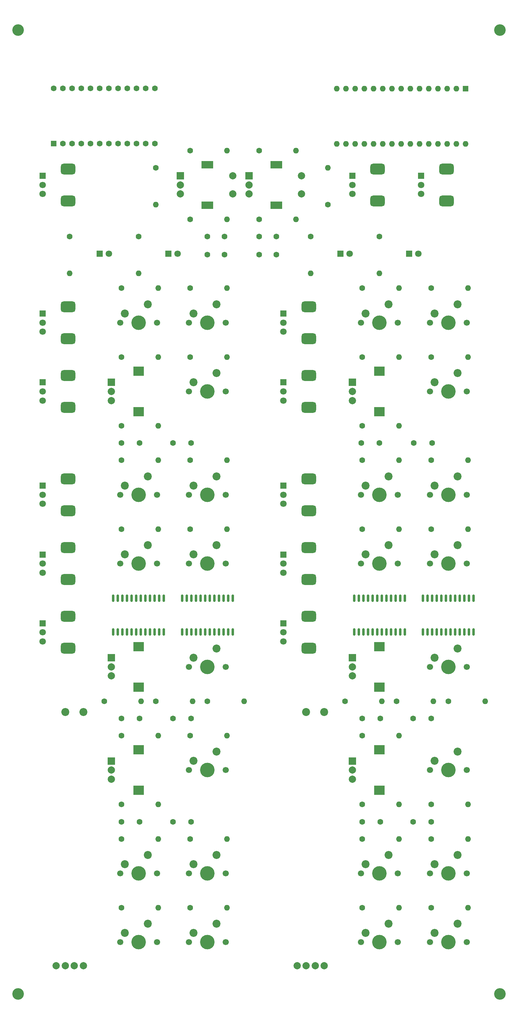
<source format=gts>
G04 #@! TF.GenerationSoftware,KiCad,Pcbnew,(6.0.2)*
G04 #@! TF.CreationDate,2023-01-10T12:42:00+01:00*
G04 #@! TF.ProjectId,brutalist_01,62727574-616c-4697-9374-5f30312e6b69,00*
G04 #@! TF.SameCoordinates,Original*
G04 #@! TF.FileFunction,Soldermask,Top*
G04 #@! TF.FilePolarity,Negative*
%FSLAX46Y46*%
G04 Gerber Fmt 4.6, Leading zero omitted, Abs format (unit mm)*
G04 Created by KiCad (PCBNEW (6.0.2)) date 2023-01-10 12:42:00*
%MOMM*%
%LPD*%
G01*
G04 APERTURE LIST*
G04 Aperture macros list*
%AMRoundRect*
0 Rectangle with rounded corners*
0 $1 Rounding radius*
0 $2 $3 $4 $5 $6 $7 $8 $9 X,Y pos of 4 corners*
0 Add a 4 corners polygon primitive as box body*
4,1,4,$2,$3,$4,$5,$6,$7,$8,$9,$2,$3,0*
0 Add four circle primitives for the rounded corners*
1,1,$1+$1,$2,$3*
1,1,$1+$1,$4,$5*
1,1,$1+$1,$6,$7*
1,1,$1+$1,$8,$9*
0 Add four rect primitives between the rounded corners*
20,1,$1+$1,$2,$3,$4,$5,0*
20,1,$1+$1,$4,$5,$6,$7,0*
20,1,$1+$1,$6,$7,$8,$9,0*
20,1,$1+$1,$8,$9,$2,$3,0*%
G04 Aperture macros list end*
%ADD10C,3.200000*%
%ADD11C,1.600000*%
%ADD12O,1.600000X1.600000*%
%ADD13C,4.000000*%
%ADD14C,1.700000*%
%ADD15C,2.200000*%
%ADD16R,1.800000X1.800000*%
%ADD17C,1.800000*%
%ADD18C,2.000000*%
%ADD19RoundRect,0.750000X-1.250000X-0.750000X1.250000X-0.750000X1.250000X0.750000X-1.250000X0.750000X0*%
%ADD20R,2.000000X2.000000*%
%ADD21R,3.000000X2.500000*%
%ADD22RoundRect,0.150000X-0.150000X0.875000X-0.150000X-0.875000X0.150000X-0.875000X0.150000X0.875000X0*%
%ADD23R,1.600000X1.600000*%
%ADD24R,3.200000X2.000000*%
G04 APERTURE END LIST*
D10*
X80750000Y-327750000D03*
X213750000Y-327750000D03*
X213750000Y-61750000D03*
X80750000Y-61750000D03*
D11*
X147250000Y-118750000D03*
X147250000Y-123750000D03*
X128250000Y-95000000D03*
D12*
X138410000Y-95000000D03*
D11*
X133000000Y-118750000D03*
X133000000Y-123750000D03*
D13*
X114000000Y-190000000D03*
D14*
X108920000Y-190000000D03*
X119080000Y-190000000D03*
D15*
X116540000Y-184920000D03*
X110190000Y-187460000D03*
D14*
X138080000Y-190000000D03*
X127920000Y-190000000D03*
D13*
X133000000Y-190000000D03*
D15*
X135540000Y-184920000D03*
X129190000Y-187460000D03*
D16*
X169730000Y-123500000D03*
D17*
X172270000Y-123500000D03*
D11*
X137750000Y-118750000D03*
X137750000Y-123750000D03*
D18*
X93750000Y-320000000D03*
X91250000Y-320000000D03*
D15*
X93750000Y-250000000D03*
D18*
X98750000Y-320000000D03*
X96250000Y-320000000D03*
D15*
X98750000Y-250000000D03*
D16*
X87500000Y-225500000D03*
D17*
X87500000Y-228000000D03*
X87500000Y-230500000D03*
D19*
X94500000Y-232400000D03*
X94500000Y-223600000D03*
D11*
X175750000Y-275500000D03*
D12*
X185910000Y-275500000D03*
D11*
X175750000Y-199500000D03*
D12*
X185910000Y-199500000D03*
D11*
X128250000Y-199500000D03*
D12*
X138410000Y-199500000D03*
D11*
X104500000Y-247000000D03*
D12*
X114660000Y-247000000D03*
D14*
X138080000Y-294500000D03*
X127920000Y-294500000D03*
D13*
X133000000Y-294500000D03*
D15*
X135540000Y-289420000D03*
X129190000Y-291960000D03*
D20*
X106500000Y-159000000D03*
D18*
X106500000Y-164000000D03*
X106500000Y-161500000D03*
D21*
X114000000Y-167100000D03*
X114000000Y-155900000D03*
D16*
X188730000Y-123500000D03*
D17*
X191270000Y-123500000D03*
D11*
X109250000Y-171000000D03*
D12*
X119410000Y-171000000D03*
D14*
X138080000Y-142500000D03*
D13*
X133000000Y-142500000D03*
D14*
X127920000Y-142500000D03*
D15*
X135540000Y-137420000D03*
X129190000Y-139960000D03*
D11*
X109250000Y-285000000D03*
D12*
X119410000Y-285000000D03*
D16*
X87500000Y-206500000D03*
D17*
X87500000Y-209000000D03*
X87500000Y-211500000D03*
D19*
X94500000Y-213400000D03*
X94500000Y-204600000D03*
D20*
X173000000Y-263500000D03*
D18*
X173000000Y-268500000D03*
X173000000Y-266000000D03*
D21*
X180500000Y-271600000D03*
X180500000Y-260400000D03*
D11*
X171000000Y-247000000D03*
D12*
X181160000Y-247000000D03*
D11*
X109250000Y-251750000D03*
X114250000Y-251750000D03*
D14*
X127920000Y-237500000D03*
X138080000Y-237500000D03*
D13*
X133000000Y-237500000D03*
D15*
X135540000Y-232420000D03*
X129190000Y-234960000D03*
D11*
X194750000Y-275500000D03*
D12*
X204910000Y-275500000D03*
D18*
X160250000Y-320000000D03*
X157750000Y-320000000D03*
D15*
X160250000Y-250000000D03*
D18*
X165250000Y-320000000D03*
X162750000Y-320000000D03*
D15*
X165250000Y-250000000D03*
D11*
X109250000Y-180500000D03*
D12*
X119410000Y-180500000D03*
D11*
X128250000Y-152000000D03*
D12*
X138410000Y-152000000D03*
D11*
X194750000Y-304000000D03*
D12*
X204910000Y-304000000D03*
D14*
X119080000Y-142500000D03*
D13*
X114000000Y-142500000D03*
D14*
X108920000Y-142500000D03*
D15*
X116540000Y-137420000D03*
X110190000Y-139960000D03*
D11*
X175750000Y-304000000D03*
D12*
X185910000Y-304000000D03*
D16*
X87500000Y-140000000D03*
D17*
X87500000Y-142500000D03*
X87500000Y-145000000D03*
D19*
X94500000Y-138100000D03*
X94500000Y-146900000D03*
D11*
X147250000Y-95000000D03*
D12*
X157410000Y-95000000D03*
D11*
X189750000Y-251750000D03*
X194750000Y-251750000D03*
X175750000Y-152000000D03*
D12*
X185910000Y-152000000D03*
D11*
X123500000Y-251750000D03*
X128500000Y-251750000D03*
D22*
X120985000Y-218600000D03*
X119715000Y-218600000D03*
X118445000Y-218600000D03*
X117175000Y-218600000D03*
X115905000Y-218600000D03*
X114635000Y-218600000D03*
X113365000Y-218600000D03*
X112095000Y-218600000D03*
X110825000Y-218600000D03*
X109555000Y-218600000D03*
X108285000Y-218600000D03*
X107015000Y-218600000D03*
X107015000Y-227900000D03*
X108285000Y-227900000D03*
X109555000Y-227900000D03*
X110825000Y-227900000D03*
X112095000Y-227900000D03*
X113365000Y-227900000D03*
X114635000Y-227900000D03*
X115905000Y-227900000D03*
X117175000Y-227900000D03*
X118445000Y-227900000D03*
X119715000Y-227900000D03*
X120985000Y-227900000D03*
D13*
X133000000Y-313500000D03*
D14*
X127920000Y-313500000D03*
X138080000Y-313500000D03*
D15*
X135540000Y-308420000D03*
X129190000Y-310960000D03*
D11*
X133000000Y-247000000D03*
D12*
X143160000Y-247000000D03*
D11*
X128250000Y-285000000D03*
D12*
X138410000Y-285000000D03*
D11*
X109250000Y-280250000D03*
X114250000Y-280250000D03*
D13*
X199500000Y-237500000D03*
D14*
X204580000Y-237500000D03*
X194420000Y-237500000D03*
D15*
X202040000Y-232420000D03*
X195690000Y-234960000D03*
D11*
X128250000Y-304000000D03*
D12*
X138410000Y-304000000D03*
D11*
X123500000Y-280250000D03*
X128500000Y-280250000D03*
D16*
X154000000Y-140000000D03*
D17*
X154000000Y-142500000D03*
X154000000Y-145000000D03*
D19*
X161000000Y-146900000D03*
X161000000Y-138100000D03*
D11*
X175750000Y-251750000D03*
X180750000Y-251750000D03*
D23*
X90530000Y-93120000D03*
D11*
X93070000Y-93120000D03*
X95610000Y-93120000D03*
X98150000Y-93120000D03*
X100690000Y-93120000D03*
X103230000Y-93120000D03*
X105770000Y-93120000D03*
X108310000Y-93120000D03*
X110850000Y-93120000D03*
X113390000Y-93120000D03*
X115930000Y-93120000D03*
X118470000Y-93120000D03*
X118470000Y-77880000D03*
X115930000Y-77880000D03*
X113390000Y-77880000D03*
X110850000Y-77880000D03*
X108310000Y-77880000D03*
X105770000Y-77880000D03*
X103230000Y-77880000D03*
X100690000Y-77880000D03*
X98150000Y-77880000D03*
X95610000Y-77880000D03*
X93070000Y-77880000D03*
X90530000Y-77880000D03*
D14*
X194420000Y-190000000D03*
X204580000Y-190000000D03*
D13*
X199500000Y-190000000D03*
D15*
X202040000Y-184920000D03*
X195690000Y-187460000D03*
D11*
X152000000Y-118750000D03*
X152000000Y-123750000D03*
X194750000Y-152000000D03*
D12*
X204910000Y-152000000D03*
D11*
X128250000Y-180500000D03*
D12*
X138410000Y-180500000D03*
D16*
X87500000Y-187500000D03*
D17*
X87500000Y-190000000D03*
X87500000Y-192500000D03*
D19*
X94500000Y-185600000D03*
X94500000Y-194400000D03*
D11*
X175750000Y-285000000D03*
D12*
X185910000Y-285000000D03*
D11*
X109250000Y-199500000D03*
D12*
X119410000Y-199500000D03*
D11*
X194750000Y-133000000D03*
D12*
X204910000Y-133000000D03*
D11*
X128250000Y-133000000D03*
D12*
X138410000Y-133000000D03*
D13*
X133000000Y-161500000D03*
D14*
X138080000Y-161500000D03*
X127920000Y-161500000D03*
D15*
X135540000Y-156420000D03*
X129190000Y-158960000D03*
D16*
X87500000Y-159000000D03*
D17*
X87500000Y-161500000D03*
X87500000Y-164000000D03*
D19*
X94500000Y-157100000D03*
X94500000Y-165900000D03*
D11*
X180500000Y-118750000D03*
D12*
X180500000Y-128910000D03*
D11*
X175750000Y-133000000D03*
D12*
X185910000Y-133000000D03*
D11*
X109250000Y-304000000D03*
D12*
X119410000Y-304000000D03*
D11*
X199500000Y-247000000D03*
D12*
X209660000Y-247000000D03*
D14*
X185580000Y-294500000D03*
X175420000Y-294500000D03*
D13*
X180500000Y-294500000D03*
D15*
X183040000Y-289420000D03*
X176690000Y-291960000D03*
D11*
X194750000Y-199500000D03*
D12*
X204910000Y-199500000D03*
D14*
X194420000Y-142500000D03*
X204580000Y-142500000D03*
D13*
X199500000Y-142500000D03*
D15*
X202040000Y-137420000D03*
X195690000Y-139960000D03*
D16*
X122230000Y-123500000D03*
D17*
X124770000Y-123500000D03*
D13*
X199500000Y-209000000D03*
D14*
X204580000Y-209000000D03*
X194420000Y-209000000D03*
D15*
X202040000Y-203920000D03*
X195690000Y-206460000D03*
D20*
X106500000Y-263500000D03*
D18*
X106500000Y-268500000D03*
X106500000Y-266000000D03*
D21*
X114000000Y-260400000D03*
X114000000Y-271600000D03*
D16*
X103230000Y-123500000D03*
D17*
X105770000Y-123500000D03*
D14*
X204580000Y-266000000D03*
D13*
X199500000Y-266000000D03*
D14*
X194420000Y-266000000D03*
D15*
X202040000Y-260920000D03*
X195690000Y-263460000D03*
D14*
X204580000Y-313500000D03*
D13*
X199500000Y-313500000D03*
D14*
X194420000Y-313500000D03*
D15*
X202040000Y-308420000D03*
X195690000Y-310960000D03*
D11*
X109250000Y-275500000D03*
D12*
X119410000Y-275500000D03*
D14*
X119080000Y-294500000D03*
D13*
X114000000Y-294500000D03*
D14*
X108920000Y-294500000D03*
D15*
X116540000Y-289420000D03*
X110190000Y-291960000D03*
D11*
X118750000Y-99750000D03*
D12*
X118750000Y-109910000D03*
D14*
X138080000Y-209000000D03*
X127920000Y-209000000D03*
D13*
X133000000Y-209000000D03*
D15*
X135540000Y-203920000D03*
X129190000Y-206460000D03*
D20*
X125500000Y-102000000D03*
D18*
X125500000Y-107000000D03*
X125500000Y-104500000D03*
D24*
X133000000Y-98900000D03*
X133000000Y-110100000D03*
D18*
X140000000Y-107000000D03*
X140000000Y-102000000D03*
D11*
X128250000Y-256500000D03*
D12*
X138410000Y-256500000D03*
X185910000Y-171000000D03*
D11*
X175750000Y-171000000D03*
D14*
X204580000Y-161500000D03*
D13*
X199500000Y-161500000D03*
D14*
X194420000Y-161500000D03*
D15*
X202040000Y-156420000D03*
X195690000Y-158960000D03*
D23*
X204300000Y-77890000D03*
D12*
X201760000Y-77890000D03*
X199220000Y-77890000D03*
X196680000Y-77890000D03*
X194140000Y-77890000D03*
X191600000Y-77890000D03*
X189060000Y-77890000D03*
X186520000Y-77890000D03*
X183980000Y-77890000D03*
X181440000Y-77890000D03*
X178900000Y-77890000D03*
X176360000Y-77890000D03*
X173820000Y-77890000D03*
X171280000Y-77890000D03*
X168740000Y-77890000D03*
X168740000Y-93130000D03*
X171280000Y-93130000D03*
X173820000Y-93130000D03*
X176360000Y-93130000D03*
X178900000Y-93130000D03*
X181440000Y-93130000D03*
X183980000Y-93130000D03*
X186520000Y-93130000D03*
X189060000Y-93130000D03*
X191600000Y-93130000D03*
X194140000Y-93130000D03*
X196680000Y-93130000D03*
X199220000Y-93130000D03*
X201760000Y-93130000D03*
X204300000Y-93130000D03*
D14*
X175420000Y-209000000D03*
X185580000Y-209000000D03*
D13*
X180500000Y-209000000D03*
D15*
X183040000Y-203920000D03*
X176690000Y-206460000D03*
D11*
X175750000Y-280250000D03*
X180750000Y-280250000D03*
X128250000Y-114000000D03*
D12*
X138410000Y-114000000D03*
D16*
X154000000Y-225500000D03*
D17*
X154000000Y-228000000D03*
X154000000Y-230500000D03*
D19*
X161000000Y-232400000D03*
X161000000Y-223600000D03*
D13*
X180500000Y-142500000D03*
D14*
X185580000Y-142500000D03*
X175420000Y-142500000D03*
D15*
X183040000Y-137420000D03*
X176690000Y-139960000D03*
D11*
X123500000Y-175750000D03*
X128500000Y-175750000D03*
X190000000Y-175750000D03*
X195000000Y-175750000D03*
D20*
X144500000Y-102000000D03*
D18*
X144500000Y-107000000D03*
X144500000Y-104500000D03*
D24*
X152000000Y-110100000D03*
X152000000Y-98900000D03*
D18*
X159000000Y-107000000D03*
X159000000Y-102000000D03*
D11*
X109250000Y-133000000D03*
D12*
X119410000Y-133000000D03*
D14*
X185580000Y-190000000D03*
X175420000Y-190000000D03*
D13*
X180500000Y-190000000D03*
D15*
X183040000Y-184920000D03*
X176690000Y-187460000D03*
D11*
X175750000Y-180500000D03*
D12*
X185910000Y-180500000D03*
D11*
X109250000Y-256500000D03*
D12*
X119410000Y-256500000D03*
D20*
X173000000Y-159000000D03*
D18*
X173000000Y-164000000D03*
X173000000Y-161500000D03*
D21*
X180500000Y-155900000D03*
X180500000Y-167100000D03*
D13*
X199500000Y-294500000D03*
D14*
X194420000Y-294500000D03*
X204580000Y-294500000D03*
D15*
X202040000Y-289420000D03*
X195690000Y-291960000D03*
D16*
X192000000Y-102000000D03*
D17*
X192000000Y-104500000D03*
X192000000Y-107000000D03*
D19*
X199000000Y-108900000D03*
X199000000Y-100100000D03*
D11*
X189750000Y-280250000D03*
X194750000Y-280250000D03*
D16*
X87500000Y-102000000D03*
D17*
X87500000Y-104500000D03*
X87500000Y-107000000D03*
D19*
X94500000Y-100100000D03*
X94500000Y-108900000D03*
D16*
X154000000Y-206500000D03*
D17*
X154000000Y-209000000D03*
X154000000Y-211500000D03*
D19*
X161000000Y-213400000D03*
X161000000Y-204600000D03*
D16*
X154000000Y-159000000D03*
D17*
X154000000Y-161500000D03*
X154000000Y-164000000D03*
D19*
X161000000Y-165900000D03*
X161000000Y-157100000D03*
D11*
X194750000Y-285000000D03*
D12*
X204910000Y-285000000D03*
D11*
X109250000Y-175750000D03*
X114250000Y-175750000D03*
X95000000Y-118750000D03*
D12*
X95000000Y-128910000D03*
D11*
X166250000Y-109910000D03*
D12*
X166250000Y-99750000D03*
D16*
X173000000Y-102000000D03*
D17*
X173000000Y-104500000D03*
X173000000Y-107000000D03*
D19*
X180000000Y-108900000D03*
X180000000Y-100100000D03*
D11*
X161500000Y-118750000D03*
D12*
X161500000Y-128910000D03*
D22*
X206485000Y-218600000D03*
X205215000Y-218600000D03*
X203945000Y-218600000D03*
X202675000Y-218600000D03*
X201405000Y-218600000D03*
X200135000Y-218600000D03*
X198865000Y-218600000D03*
X197595000Y-218600000D03*
X196325000Y-218600000D03*
X195055000Y-218600000D03*
X193785000Y-218600000D03*
X192515000Y-218600000D03*
X192515000Y-227900000D03*
X193785000Y-227900000D03*
X195055000Y-227900000D03*
X196325000Y-227900000D03*
X197595000Y-227900000D03*
X198865000Y-227900000D03*
X200135000Y-227900000D03*
X201405000Y-227900000D03*
X202675000Y-227900000D03*
X203945000Y-227900000D03*
X205215000Y-227900000D03*
X206485000Y-227900000D03*
D13*
X114000000Y-313500000D03*
D14*
X108920000Y-313500000D03*
X119080000Y-313500000D03*
D15*
X116540000Y-308420000D03*
X110190000Y-310960000D03*
D14*
X119080000Y-209000000D03*
D13*
X114000000Y-209000000D03*
D14*
X108920000Y-209000000D03*
D15*
X116540000Y-203920000D03*
X110190000Y-206460000D03*
D20*
X106500000Y-235000000D03*
D18*
X106500000Y-240000000D03*
X106500000Y-237500000D03*
D21*
X114000000Y-231900000D03*
X114000000Y-243100000D03*
D11*
X118750000Y-247000000D03*
D12*
X128910000Y-247000000D03*
D16*
X154000000Y-187500000D03*
D17*
X154000000Y-190000000D03*
X154000000Y-192500000D03*
D19*
X161000000Y-185600000D03*
X161000000Y-194400000D03*
D22*
X187485000Y-218600000D03*
X186215000Y-218600000D03*
X184945000Y-218600000D03*
X183675000Y-218600000D03*
X182405000Y-218600000D03*
X181135000Y-218600000D03*
X179865000Y-218600000D03*
X178595000Y-218600000D03*
X177325000Y-218600000D03*
X176055000Y-218600000D03*
X174785000Y-218600000D03*
X173515000Y-218600000D03*
X173515000Y-227900000D03*
X174785000Y-227900000D03*
X176055000Y-227900000D03*
X177325000Y-227900000D03*
X178595000Y-227900000D03*
X179865000Y-227900000D03*
X181135000Y-227900000D03*
X182405000Y-227900000D03*
X183675000Y-227900000D03*
X184945000Y-227900000D03*
X186215000Y-227900000D03*
X187485000Y-227900000D03*
D20*
X173000000Y-235000000D03*
D18*
X173000000Y-240000000D03*
X173000000Y-237500000D03*
D21*
X180500000Y-231900000D03*
X180500000Y-243100000D03*
D11*
X114000000Y-118750000D03*
D12*
X114000000Y-128910000D03*
D11*
X109250000Y-152000000D03*
D12*
X119410000Y-152000000D03*
D11*
X175500000Y-175750000D03*
X180500000Y-175750000D03*
X175750000Y-256500000D03*
D12*
X185910000Y-256500000D03*
D14*
X185580000Y-313500000D03*
D13*
X180500000Y-313500000D03*
D14*
X175420000Y-313500000D03*
D15*
X183040000Y-308420000D03*
X176690000Y-310960000D03*
D22*
X139985000Y-218600000D03*
X138715000Y-218600000D03*
X137445000Y-218600000D03*
X136175000Y-218600000D03*
X134905000Y-218600000D03*
X133635000Y-218600000D03*
X132365000Y-218600000D03*
X131095000Y-218600000D03*
X129825000Y-218600000D03*
X128555000Y-218600000D03*
X127285000Y-218600000D03*
X126015000Y-218600000D03*
X126015000Y-227900000D03*
X127285000Y-227900000D03*
X128555000Y-227900000D03*
X129825000Y-227900000D03*
X131095000Y-227900000D03*
X132365000Y-227900000D03*
X133635000Y-227900000D03*
X134905000Y-227900000D03*
X136175000Y-227900000D03*
X137445000Y-227900000D03*
X138715000Y-227900000D03*
X139985000Y-227900000D03*
D11*
X185250000Y-247000000D03*
D12*
X195410000Y-247000000D03*
D11*
X147250000Y-114000000D03*
D12*
X157410000Y-114000000D03*
D11*
X194750000Y-180500000D03*
D12*
X204910000Y-180500000D03*
D14*
X138080000Y-266000000D03*
D13*
X133000000Y-266000000D03*
D14*
X127920000Y-266000000D03*
D15*
X135540000Y-260920000D03*
X129190000Y-263460000D03*
M02*

</source>
